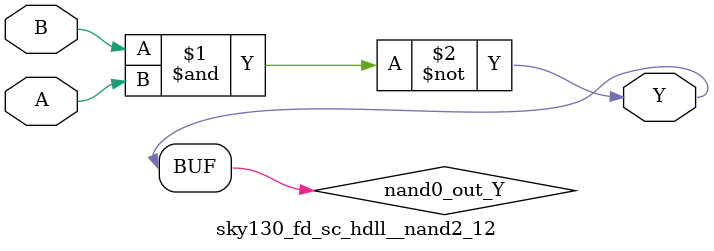
<source format=v>
/*
 * Copyright 2020 The SkyWater PDK Authors
 *
 * Licensed under the Apache License, Version 2.0 (the "License");
 * you may not use this file except in compliance with the License.
 * You may obtain a copy of the License at
 *
 *     https://www.apache.org/licenses/LICENSE-2.0
 *
 * Unless required by applicable law or agreed to in writing, software
 * distributed under the License is distributed on an "AS IS" BASIS,
 * WITHOUT WARRANTIES OR CONDITIONS OF ANY KIND, either express or implied.
 * See the License for the specific language governing permissions and
 * limitations under the License.
 *
 * SPDX-License-Identifier: Apache-2.0
*/


`ifndef SKY130_FD_SC_HDLL__NAND2_12_FUNCTIONAL_V
`define SKY130_FD_SC_HDLL__NAND2_12_FUNCTIONAL_V

/**
 * nand2: 2-input NAND.
 *
 * Verilog simulation functional model.
 */

`timescale 1ns / 1ps
`default_nettype none

`celldefine
module sky130_fd_sc_hdll__nand2_12 (
    Y,
    A,
    B
);

    // Module ports
    output Y;
    input  A;
    input  B;

    // Local signals
    wire nand0_out_Y;

    //   Name   Output       Other arguments
    nand nand0 (nand0_out_Y, B, A           );
    buf  buf0  (Y          , nand0_out_Y    );

endmodule
`endcelldefine

`default_nettype wire
`endif  // SKY130_FD_SC_HDLL__NAND2_12_FUNCTIONAL_V

</source>
